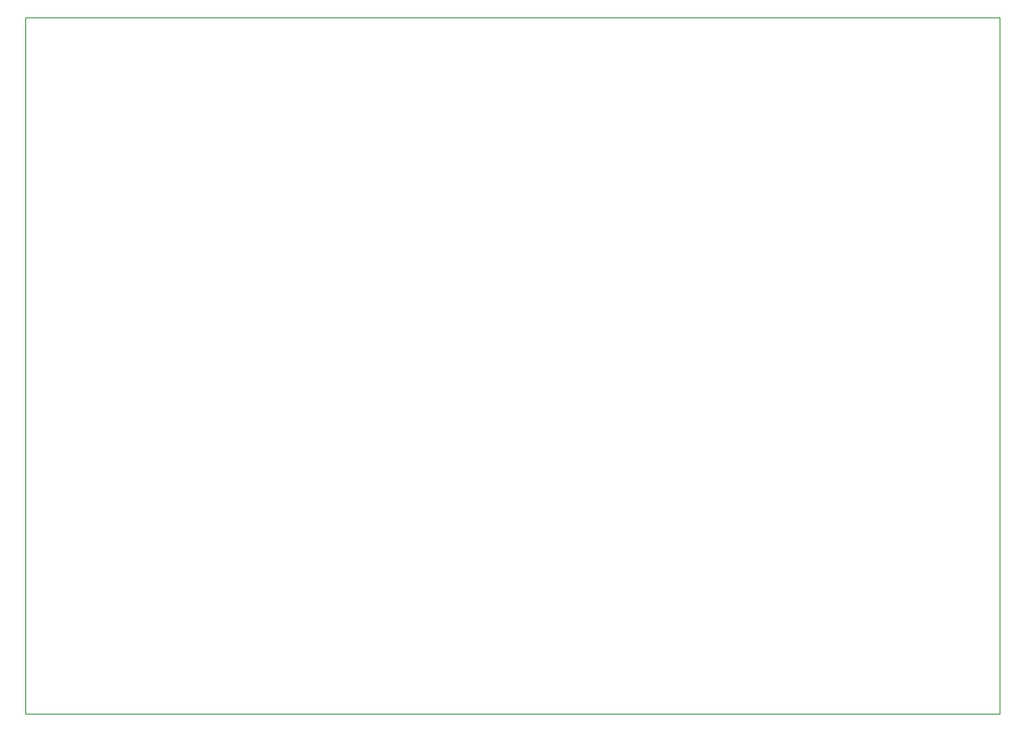
<source format=gbr>
%TF.GenerationSoftware,KiCad,Pcbnew,7.0.6*%
%TF.CreationDate,2024-08-14T17:38:19+03:00*%
%TF.ProjectId,atmegaStepperDriver,61746d65-6761-4537-9465-707065724472,V0.8.4*%
%TF.SameCoordinates,Original*%
%TF.FileFunction,Profile,NP*%
%FSLAX46Y46*%
G04 Gerber Fmt 4.6, Leading zero omitted, Abs format (unit mm)*
G04 Created by KiCad (PCBNEW 7.0.6) date 2024-08-14 17:38:19*
%MOMM*%
%LPD*%
G01*
G04 APERTURE LIST*
%TA.AperFunction,Profile*%
%ADD10C,0.100000*%
%TD*%
G04 APERTURE END LIST*
D10*
X55372000Y-98552000D02*
X149860000Y-98552000D01*
X149860000Y-166116000D01*
X55372000Y-166116000D01*
X55372000Y-98552000D01*
M02*

</source>
